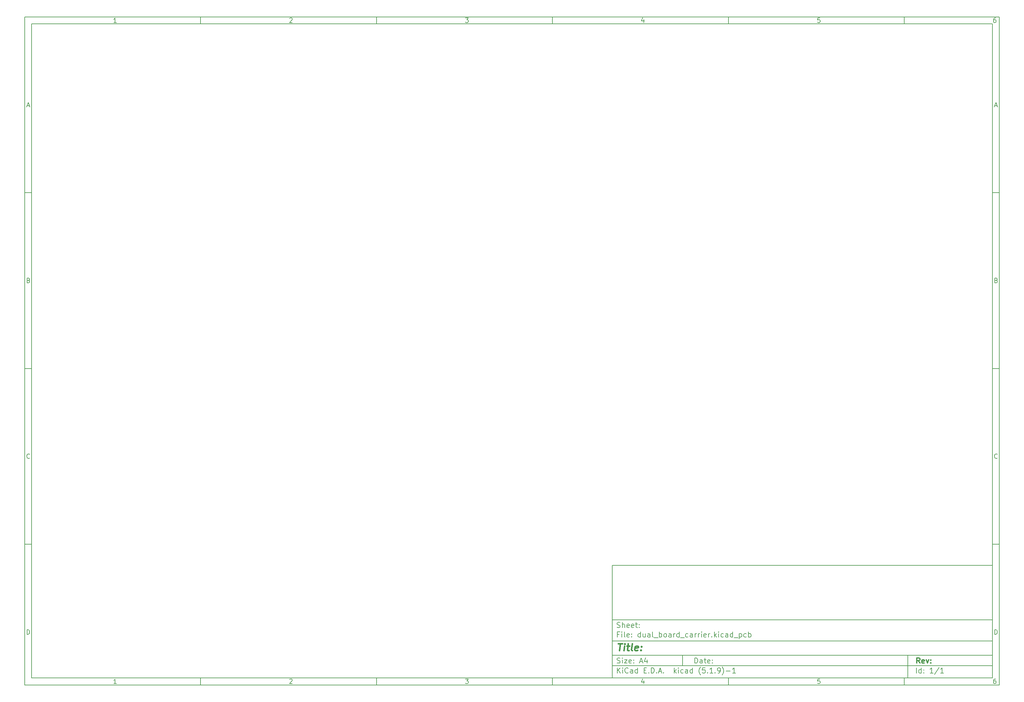
<source format=gbr>
%TF.GenerationSoftware,KiCad,Pcbnew,(5.1.9)-1*%
%TF.CreationDate,2021-02-06T18:11:32-06:00*%
%TF.ProjectId,dual_board_carrier,6475616c-5f62-46f6-9172-645f63617272,rev?*%
%TF.SameCoordinates,Original*%
%TF.FileFunction,Paste,Bot*%
%TF.FilePolarity,Positive*%
%FSLAX46Y46*%
G04 Gerber Fmt 4.6, Leading zero omitted, Abs format (unit mm)*
G04 Created by KiCad (PCBNEW (5.1.9)-1) date 2021-02-06 18:11:32*
%MOMM*%
%LPD*%
G01*
G04 APERTURE LIST*
%ADD10C,0.100000*%
%ADD11C,0.150000*%
%ADD12C,0.300000*%
%ADD13C,0.400000*%
G04 APERTURE END LIST*
D10*
D11*
X177002200Y-166007200D02*
X177002200Y-198007200D01*
X285002200Y-198007200D01*
X285002200Y-166007200D01*
X177002200Y-166007200D01*
D10*
D11*
X10000000Y-10000000D02*
X10000000Y-200007200D01*
X287002200Y-200007200D01*
X287002200Y-10000000D01*
X10000000Y-10000000D01*
D10*
D11*
X12000000Y-12000000D02*
X12000000Y-198007200D01*
X285002200Y-198007200D01*
X285002200Y-12000000D01*
X12000000Y-12000000D01*
D10*
D11*
X60000000Y-12000000D02*
X60000000Y-10000000D01*
D10*
D11*
X110000000Y-12000000D02*
X110000000Y-10000000D01*
D10*
D11*
X160000000Y-12000000D02*
X160000000Y-10000000D01*
D10*
D11*
X210000000Y-12000000D02*
X210000000Y-10000000D01*
D10*
D11*
X260000000Y-12000000D02*
X260000000Y-10000000D01*
D10*
D11*
X36065476Y-11588095D02*
X35322619Y-11588095D01*
X35694047Y-11588095D02*
X35694047Y-10288095D01*
X35570238Y-10473809D01*
X35446428Y-10597619D01*
X35322619Y-10659523D01*
D10*
D11*
X85322619Y-10411904D02*
X85384523Y-10350000D01*
X85508333Y-10288095D01*
X85817857Y-10288095D01*
X85941666Y-10350000D01*
X86003571Y-10411904D01*
X86065476Y-10535714D01*
X86065476Y-10659523D01*
X86003571Y-10845238D01*
X85260714Y-11588095D01*
X86065476Y-11588095D01*
D10*
D11*
X135260714Y-10288095D02*
X136065476Y-10288095D01*
X135632142Y-10783333D01*
X135817857Y-10783333D01*
X135941666Y-10845238D01*
X136003571Y-10907142D01*
X136065476Y-11030952D01*
X136065476Y-11340476D01*
X136003571Y-11464285D01*
X135941666Y-11526190D01*
X135817857Y-11588095D01*
X135446428Y-11588095D01*
X135322619Y-11526190D01*
X135260714Y-11464285D01*
D10*
D11*
X185941666Y-10721428D02*
X185941666Y-11588095D01*
X185632142Y-10226190D02*
X185322619Y-11154761D01*
X186127380Y-11154761D01*
D10*
D11*
X236003571Y-10288095D02*
X235384523Y-10288095D01*
X235322619Y-10907142D01*
X235384523Y-10845238D01*
X235508333Y-10783333D01*
X235817857Y-10783333D01*
X235941666Y-10845238D01*
X236003571Y-10907142D01*
X236065476Y-11030952D01*
X236065476Y-11340476D01*
X236003571Y-11464285D01*
X235941666Y-11526190D01*
X235817857Y-11588095D01*
X235508333Y-11588095D01*
X235384523Y-11526190D01*
X235322619Y-11464285D01*
D10*
D11*
X285941666Y-10288095D02*
X285694047Y-10288095D01*
X285570238Y-10350000D01*
X285508333Y-10411904D01*
X285384523Y-10597619D01*
X285322619Y-10845238D01*
X285322619Y-11340476D01*
X285384523Y-11464285D01*
X285446428Y-11526190D01*
X285570238Y-11588095D01*
X285817857Y-11588095D01*
X285941666Y-11526190D01*
X286003571Y-11464285D01*
X286065476Y-11340476D01*
X286065476Y-11030952D01*
X286003571Y-10907142D01*
X285941666Y-10845238D01*
X285817857Y-10783333D01*
X285570238Y-10783333D01*
X285446428Y-10845238D01*
X285384523Y-10907142D01*
X285322619Y-11030952D01*
D10*
D11*
X60000000Y-198007200D02*
X60000000Y-200007200D01*
D10*
D11*
X110000000Y-198007200D02*
X110000000Y-200007200D01*
D10*
D11*
X160000000Y-198007200D02*
X160000000Y-200007200D01*
D10*
D11*
X210000000Y-198007200D02*
X210000000Y-200007200D01*
D10*
D11*
X260000000Y-198007200D02*
X260000000Y-200007200D01*
D10*
D11*
X36065476Y-199595295D02*
X35322619Y-199595295D01*
X35694047Y-199595295D02*
X35694047Y-198295295D01*
X35570238Y-198481009D01*
X35446428Y-198604819D01*
X35322619Y-198666723D01*
D10*
D11*
X85322619Y-198419104D02*
X85384523Y-198357200D01*
X85508333Y-198295295D01*
X85817857Y-198295295D01*
X85941666Y-198357200D01*
X86003571Y-198419104D01*
X86065476Y-198542914D01*
X86065476Y-198666723D01*
X86003571Y-198852438D01*
X85260714Y-199595295D01*
X86065476Y-199595295D01*
D10*
D11*
X135260714Y-198295295D02*
X136065476Y-198295295D01*
X135632142Y-198790533D01*
X135817857Y-198790533D01*
X135941666Y-198852438D01*
X136003571Y-198914342D01*
X136065476Y-199038152D01*
X136065476Y-199347676D01*
X136003571Y-199471485D01*
X135941666Y-199533390D01*
X135817857Y-199595295D01*
X135446428Y-199595295D01*
X135322619Y-199533390D01*
X135260714Y-199471485D01*
D10*
D11*
X185941666Y-198728628D02*
X185941666Y-199595295D01*
X185632142Y-198233390D02*
X185322619Y-199161961D01*
X186127380Y-199161961D01*
D10*
D11*
X236003571Y-198295295D02*
X235384523Y-198295295D01*
X235322619Y-198914342D01*
X235384523Y-198852438D01*
X235508333Y-198790533D01*
X235817857Y-198790533D01*
X235941666Y-198852438D01*
X236003571Y-198914342D01*
X236065476Y-199038152D01*
X236065476Y-199347676D01*
X236003571Y-199471485D01*
X235941666Y-199533390D01*
X235817857Y-199595295D01*
X235508333Y-199595295D01*
X235384523Y-199533390D01*
X235322619Y-199471485D01*
D10*
D11*
X285941666Y-198295295D02*
X285694047Y-198295295D01*
X285570238Y-198357200D01*
X285508333Y-198419104D01*
X285384523Y-198604819D01*
X285322619Y-198852438D01*
X285322619Y-199347676D01*
X285384523Y-199471485D01*
X285446428Y-199533390D01*
X285570238Y-199595295D01*
X285817857Y-199595295D01*
X285941666Y-199533390D01*
X286003571Y-199471485D01*
X286065476Y-199347676D01*
X286065476Y-199038152D01*
X286003571Y-198914342D01*
X285941666Y-198852438D01*
X285817857Y-198790533D01*
X285570238Y-198790533D01*
X285446428Y-198852438D01*
X285384523Y-198914342D01*
X285322619Y-199038152D01*
D10*
D11*
X10000000Y-60000000D02*
X12000000Y-60000000D01*
D10*
D11*
X10000000Y-110000000D02*
X12000000Y-110000000D01*
D10*
D11*
X10000000Y-160000000D02*
X12000000Y-160000000D01*
D10*
D11*
X10690476Y-35216666D02*
X11309523Y-35216666D01*
X10566666Y-35588095D02*
X11000000Y-34288095D01*
X11433333Y-35588095D01*
D10*
D11*
X11092857Y-84907142D02*
X11278571Y-84969047D01*
X11340476Y-85030952D01*
X11402380Y-85154761D01*
X11402380Y-85340476D01*
X11340476Y-85464285D01*
X11278571Y-85526190D01*
X11154761Y-85588095D01*
X10659523Y-85588095D01*
X10659523Y-84288095D01*
X11092857Y-84288095D01*
X11216666Y-84350000D01*
X11278571Y-84411904D01*
X11340476Y-84535714D01*
X11340476Y-84659523D01*
X11278571Y-84783333D01*
X11216666Y-84845238D01*
X11092857Y-84907142D01*
X10659523Y-84907142D01*
D10*
D11*
X11402380Y-135464285D02*
X11340476Y-135526190D01*
X11154761Y-135588095D01*
X11030952Y-135588095D01*
X10845238Y-135526190D01*
X10721428Y-135402380D01*
X10659523Y-135278571D01*
X10597619Y-135030952D01*
X10597619Y-134845238D01*
X10659523Y-134597619D01*
X10721428Y-134473809D01*
X10845238Y-134350000D01*
X11030952Y-134288095D01*
X11154761Y-134288095D01*
X11340476Y-134350000D01*
X11402380Y-134411904D01*
D10*
D11*
X10659523Y-185588095D02*
X10659523Y-184288095D01*
X10969047Y-184288095D01*
X11154761Y-184350000D01*
X11278571Y-184473809D01*
X11340476Y-184597619D01*
X11402380Y-184845238D01*
X11402380Y-185030952D01*
X11340476Y-185278571D01*
X11278571Y-185402380D01*
X11154761Y-185526190D01*
X10969047Y-185588095D01*
X10659523Y-185588095D01*
D10*
D11*
X287002200Y-60000000D02*
X285002200Y-60000000D01*
D10*
D11*
X287002200Y-110000000D02*
X285002200Y-110000000D01*
D10*
D11*
X287002200Y-160000000D02*
X285002200Y-160000000D01*
D10*
D11*
X285692676Y-35216666D02*
X286311723Y-35216666D01*
X285568866Y-35588095D02*
X286002200Y-34288095D01*
X286435533Y-35588095D01*
D10*
D11*
X286095057Y-84907142D02*
X286280771Y-84969047D01*
X286342676Y-85030952D01*
X286404580Y-85154761D01*
X286404580Y-85340476D01*
X286342676Y-85464285D01*
X286280771Y-85526190D01*
X286156961Y-85588095D01*
X285661723Y-85588095D01*
X285661723Y-84288095D01*
X286095057Y-84288095D01*
X286218866Y-84350000D01*
X286280771Y-84411904D01*
X286342676Y-84535714D01*
X286342676Y-84659523D01*
X286280771Y-84783333D01*
X286218866Y-84845238D01*
X286095057Y-84907142D01*
X285661723Y-84907142D01*
D10*
D11*
X286404580Y-135464285D02*
X286342676Y-135526190D01*
X286156961Y-135588095D01*
X286033152Y-135588095D01*
X285847438Y-135526190D01*
X285723628Y-135402380D01*
X285661723Y-135278571D01*
X285599819Y-135030952D01*
X285599819Y-134845238D01*
X285661723Y-134597619D01*
X285723628Y-134473809D01*
X285847438Y-134350000D01*
X286033152Y-134288095D01*
X286156961Y-134288095D01*
X286342676Y-134350000D01*
X286404580Y-134411904D01*
D10*
D11*
X285661723Y-185588095D02*
X285661723Y-184288095D01*
X285971247Y-184288095D01*
X286156961Y-184350000D01*
X286280771Y-184473809D01*
X286342676Y-184597619D01*
X286404580Y-184845238D01*
X286404580Y-185030952D01*
X286342676Y-185278571D01*
X286280771Y-185402380D01*
X286156961Y-185526190D01*
X285971247Y-185588095D01*
X285661723Y-185588095D01*
D10*
D11*
X200434342Y-193785771D02*
X200434342Y-192285771D01*
X200791485Y-192285771D01*
X201005771Y-192357200D01*
X201148628Y-192500057D01*
X201220057Y-192642914D01*
X201291485Y-192928628D01*
X201291485Y-193142914D01*
X201220057Y-193428628D01*
X201148628Y-193571485D01*
X201005771Y-193714342D01*
X200791485Y-193785771D01*
X200434342Y-193785771D01*
X202577200Y-193785771D02*
X202577200Y-193000057D01*
X202505771Y-192857200D01*
X202362914Y-192785771D01*
X202077200Y-192785771D01*
X201934342Y-192857200D01*
X202577200Y-193714342D02*
X202434342Y-193785771D01*
X202077200Y-193785771D01*
X201934342Y-193714342D01*
X201862914Y-193571485D01*
X201862914Y-193428628D01*
X201934342Y-193285771D01*
X202077200Y-193214342D01*
X202434342Y-193214342D01*
X202577200Y-193142914D01*
X203077200Y-192785771D02*
X203648628Y-192785771D01*
X203291485Y-192285771D02*
X203291485Y-193571485D01*
X203362914Y-193714342D01*
X203505771Y-193785771D01*
X203648628Y-193785771D01*
X204720057Y-193714342D02*
X204577200Y-193785771D01*
X204291485Y-193785771D01*
X204148628Y-193714342D01*
X204077200Y-193571485D01*
X204077200Y-193000057D01*
X204148628Y-192857200D01*
X204291485Y-192785771D01*
X204577200Y-192785771D01*
X204720057Y-192857200D01*
X204791485Y-193000057D01*
X204791485Y-193142914D01*
X204077200Y-193285771D01*
X205434342Y-193642914D02*
X205505771Y-193714342D01*
X205434342Y-193785771D01*
X205362914Y-193714342D01*
X205434342Y-193642914D01*
X205434342Y-193785771D01*
X205434342Y-192857200D02*
X205505771Y-192928628D01*
X205434342Y-193000057D01*
X205362914Y-192928628D01*
X205434342Y-192857200D01*
X205434342Y-193000057D01*
D10*
D11*
X177002200Y-194507200D02*
X285002200Y-194507200D01*
D10*
D11*
X178434342Y-196585771D02*
X178434342Y-195085771D01*
X179291485Y-196585771D02*
X178648628Y-195728628D01*
X179291485Y-195085771D02*
X178434342Y-195942914D01*
X179934342Y-196585771D02*
X179934342Y-195585771D01*
X179934342Y-195085771D02*
X179862914Y-195157200D01*
X179934342Y-195228628D01*
X180005771Y-195157200D01*
X179934342Y-195085771D01*
X179934342Y-195228628D01*
X181505771Y-196442914D02*
X181434342Y-196514342D01*
X181220057Y-196585771D01*
X181077200Y-196585771D01*
X180862914Y-196514342D01*
X180720057Y-196371485D01*
X180648628Y-196228628D01*
X180577200Y-195942914D01*
X180577200Y-195728628D01*
X180648628Y-195442914D01*
X180720057Y-195300057D01*
X180862914Y-195157200D01*
X181077200Y-195085771D01*
X181220057Y-195085771D01*
X181434342Y-195157200D01*
X181505771Y-195228628D01*
X182791485Y-196585771D02*
X182791485Y-195800057D01*
X182720057Y-195657200D01*
X182577200Y-195585771D01*
X182291485Y-195585771D01*
X182148628Y-195657200D01*
X182791485Y-196514342D02*
X182648628Y-196585771D01*
X182291485Y-196585771D01*
X182148628Y-196514342D01*
X182077200Y-196371485D01*
X182077200Y-196228628D01*
X182148628Y-196085771D01*
X182291485Y-196014342D01*
X182648628Y-196014342D01*
X182791485Y-195942914D01*
X184148628Y-196585771D02*
X184148628Y-195085771D01*
X184148628Y-196514342D02*
X184005771Y-196585771D01*
X183720057Y-196585771D01*
X183577200Y-196514342D01*
X183505771Y-196442914D01*
X183434342Y-196300057D01*
X183434342Y-195871485D01*
X183505771Y-195728628D01*
X183577200Y-195657200D01*
X183720057Y-195585771D01*
X184005771Y-195585771D01*
X184148628Y-195657200D01*
X186005771Y-195800057D02*
X186505771Y-195800057D01*
X186720057Y-196585771D02*
X186005771Y-196585771D01*
X186005771Y-195085771D01*
X186720057Y-195085771D01*
X187362914Y-196442914D02*
X187434342Y-196514342D01*
X187362914Y-196585771D01*
X187291485Y-196514342D01*
X187362914Y-196442914D01*
X187362914Y-196585771D01*
X188077200Y-196585771D02*
X188077200Y-195085771D01*
X188434342Y-195085771D01*
X188648628Y-195157200D01*
X188791485Y-195300057D01*
X188862914Y-195442914D01*
X188934342Y-195728628D01*
X188934342Y-195942914D01*
X188862914Y-196228628D01*
X188791485Y-196371485D01*
X188648628Y-196514342D01*
X188434342Y-196585771D01*
X188077200Y-196585771D01*
X189577200Y-196442914D02*
X189648628Y-196514342D01*
X189577200Y-196585771D01*
X189505771Y-196514342D01*
X189577200Y-196442914D01*
X189577200Y-196585771D01*
X190220057Y-196157200D02*
X190934342Y-196157200D01*
X190077200Y-196585771D02*
X190577200Y-195085771D01*
X191077200Y-196585771D01*
X191577200Y-196442914D02*
X191648628Y-196514342D01*
X191577200Y-196585771D01*
X191505771Y-196514342D01*
X191577200Y-196442914D01*
X191577200Y-196585771D01*
X194577200Y-196585771D02*
X194577200Y-195085771D01*
X194720057Y-196014342D02*
X195148628Y-196585771D01*
X195148628Y-195585771D02*
X194577200Y-196157200D01*
X195791485Y-196585771D02*
X195791485Y-195585771D01*
X195791485Y-195085771D02*
X195720057Y-195157200D01*
X195791485Y-195228628D01*
X195862914Y-195157200D01*
X195791485Y-195085771D01*
X195791485Y-195228628D01*
X197148628Y-196514342D02*
X197005771Y-196585771D01*
X196720057Y-196585771D01*
X196577200Y-196514342D01*
X196505771Y-196442914D01*
X196434342Y-196300057D01*
X196434342Y-195871485D01*
X196505771Y-195728628D01*
X196577200Y-195657200D01*
X196720057Y-195585771D01*
X197005771Y-195585771D01*
X197148628Y-195657200D01*
X198434342Y-196585771D02*
X198434342Y-195800057D01*
X198362914Y-195657200D01*
X198220057Y-195585771D01*
X197934342Y-195585771D01*
X197791485Y-195657200D01*
X198434342Y-196514342D02*
X198291485Y-196585771D01*
X197934342Y-196585771D01*
X197791485Y-196514342D01*
X197720057Y-196371485D01*
X197720057Y-196228628D01*
X197791485Y-196085771D01*
X197934342Y-196014342D01*
X198291485Y-196014342D01*
X198434342Y-195942914D01*
X199791485Y-196585771D02*
X199791485Y-195085771D01*
X199791485Y-196514342D02*
X199648628Y-196585771D01*
X199362914Y-196585771D01*
X199220057Y-196514342D01*
X199148628Y-196442914D01*
X199077200Y-196300057D01*
X199077200Y-195871485D01*
X199148628Y-195728628D01*
X199220057Y-195657200D01*
X199362914Y-195585771D01*
X199648628Y-195585771D01*
X199791485Y-195657200D01*
X202077200Y-197157200D02*
X202005771Y-197085771D01*
X201862914Y-196871485D01*
X201791485Y-196728628D01*
X201720057Y-196514342D01*
X201648628Y-196157200D01*
X201648628Y-195871485D01*
X201720057Y-195514342D01*
X201791485Y-195300057D01*
X201862914Y-195157200D01*
X202005771Y-194942914D01*
X202077200Y-194871485D01*
X203362914Y-195085771D02*
X202648628Y-195085771D01*
X202577200Y-195800057D01*
X202648628Y-195728628D01*
X202791485Y-195657200D01*
X203148628Y-195657200D01*
X203291485Y-195728628D01*
X203362914Y-195800057D01*
X203434342Y-195942914D01*
X203434342Y-196300057D01*
X203362914Y-196442914D01*
X203291485Y-196514342D01*
X203148628Y-196585771D01*
X202791485Y-196585771D01*
X202648628Y-196514342D01*
X202577200Y-196442914D01*
X204077200Y-196442914D02*
X204148628Y-196514342D01*
X204077200Y-196585771D01*
X204005771Y-196514342D01*
X204077200Y-196442914D01*
X204077200Y-196585771D01*
X205577200Y-196585771D02*
X204720057Y-196585771D01*
X205148628Y-196585771D02*
X205148628Y-195085771D01*
X205005771Y-195300057D01*
X204862914Y-195442914D01*
X204720057Y-195514342D01*
X206220057Y-196442914D02*
X206291485Y-196514342D01*
X206220057Y-196585771D01*
X206148628Y-196514342D01*
X206220057Y-196442914D01*
X206220057Y-196585771D01*
X207005771Y-196585771D02*
X207291485Y-196585771D01*
X207434342Y-196514342D01*
X207505771Y-196442914D01*
X207648628Y-196228628D01*
X207720057Y-195942914D01*
X207720057Y-195371485D01*
X207648628Y-195228628D01*
X207577200Y-195157200D01*
X207434342Y-195085771D01*
X207148628Y-195085771D01*
X207005771Y-195157200D01*
X206934342Y-195228628D01*
X206862914Y-195371485D01*
X206862914Y-195728628D01*
X206934342Y-195871485D01*
X207005771Y-195942914D01*
X207148628Y-196014342D01*
X207434342Y-196014342D01*
X207577200Y-195942914D01*
X207648628Y-195871485D01*
X207720057Y-195728628D01*
X208220057Y-197157200D02*
X208291485Y-197085771D01*
X208434342Y-196871485D01*
X208505771Y-196728628D01*
X208577200Y-196514342D01*
X208648628Y-196157200D01*
X208648628Y-195871485D01*
X208577200Y-195514342D01*
X208505771Y-195300057D01*
X208434342Y-195157200D01*
X208291485Y-194942914D01*
X208220057Y-194871485D01*
X209362914Y-196014342D02*
X210505771Y-196014342D01*
X212005771Y-196585771D02*
X211148628Y-196585771D01*
X211577200Y-196585771D02*
X211577200Y-195085771D01*
X211434342Y-195300057D01*
X211291485Y-195442914D01*
X211148628Y-195514342D01*
D10*
D11*
X177002200Y-191507200D02*
X285002200Y-191507200D01*
D10*
D12*
X264411485Y-193785771D02*
X263911485Y-193071485D01*
X263554342Y-193785771D02*
X263554342Y-192285771D01*
X264125771Y-192285771D01*
X264268628Y-192357200D01*
X264340057Y-192428628D01*
X264411485Y-192571485D01*
X264411485Y-192785771D01*
X264340057Y-192928628D01*
X264268628Y-193000057D01*
X264125771Y-193071485D01*
X263554342Y-193071485D01*
X265625771Y-193714342D02*
X265482914Y-193785771D01*
X265197200Y-193785771D01*
X265054342Y-193714342D01*
X264982914Y-193571485D01*
X264982914Y-193000057D01*
X265054342Y-192857200D01*
X265197200Y-192785771D01*
X265482914Y-192785771D01*
X265625771Y-192857200D01*
X265697200Y-193000057D01*
X265697200Y-193142914D01*
X264982914Y-193285771D01*
X266197200Y-192785771D02*
X266554342Y-193785771D01*
X266911485Y-192785771D01*
X267482914Y-193642914D02*
X267554342Y-193714342D01*
X267482914Y-193785771D01*
X267411485Y-193714342D01*
X267482914Y-193642914D01*
X267482914Y-193785771D01*
X267482914Y-192857200D02*
X267554342Y-192928628D01*
X267482914Y-193000057D01*
X267411485Y-192928628D01*
X267482914Y-192857200D01*
X267482914Y-193000057D01*
D10*
D11*
X178362914Y-193714342D02*
X178577200Y-193785771D01*
X178934342Y-193785771D01*
X179077200Y-193714342D01*
X179148628Y-193642914D01*
X179220057Y-193500057D01*
X179220057Y-193357200D01*
X179148628Y-193214342D01*
X179077200Y-193142914D01*
X178934342Y-193071485D01*
X178648628Y-193000057D01*
X178505771Y-192928628D01*
X178434342Y-192857200D01*
X178362914Y-192714342D01*
X178362914Y-192571485D01*
X178434342Y-192428628D01*
X178505771Y-192357200D01*
X178648628Y-192285771D01*
X179005771Y-192285771D01*
X179220057Y-192357200D01*
X179862914Y-193785771D02*
X179862914Y-192785771D01*
X179862914Y-192285771D02*
X179791485Y-192357200D01*
X179862914Y-192428628D01*
X179934342Y-192357200D01*
X179862914Y-192285771D01*
X179862914Y-192428628D01*
X180434342Y-192785771D02*
X181220057Y-192785771D01*
X180434342Y-193785771D01*
X181220057Y-193785771D01*
X182362914Y-193714342D02*
X182220057Y-193785771D01*
X181934342Y-193785771D01*
X181791485Y-193714342D01*
X181720057Y-193571485D01*
X181720057Y-193000057D01*
X181791485Y-192857200D01*
X181934342Y-192785771D01*
X182220057Y-192785771D01*
X182362914Y-192857200D01*
X182434342Y-193000057D01*
X182434342Y-193142914D01*
X181720057Y-193285771D01*
X183077200Y-193642914D02*
X183148628Y-193714342D01*
X183077200Y-193785771D01*
X183005771Y-193714342D01*
X183077200Y-193642914D01*
X183077200Y-193785771D01*
X183077200Y-192857200D02*
X183148628Y-192928628D01*
X183077200Y-193000057D01*
X183005771Y-192928628D01*
X183077200Y-192857200D01*
X183077200Y-193000057D01*
X184862914Y-193357200D02*
X185577200Y-193357200D01*
X184720057Y-193785771D02*
X185220057Y-192285771D01*
X185720057Y-193785771D01*
X186862914Y-192785771D02*
X186862914Y-193785771D01*
X186505771Y-192214342D02*
X186148628Y-193285771D01*
X187077200Y-193285771D01*
D10*
D11*
X263434342Y-196585771D02*
X263434342Y-195085771D01*
X264791485Y-196585771D02*
X264791485Y-195085771D01*
X264791485Y-196514342D02*
X264648628Y-196585771D01*
X264362914Y-196585771D01*
X264220057Y-196514342D01*
X264148628Y-196442914D01*
X264077200Y-196300057D01*
X264077200Y-195871485D01*
X264148628Y-195728628D01*
X264220057Y-195657200D01*
X264362914Y-195585771D01*
X264648628Y-195585771D01*
X264791485Y-195657200D01*
X265505771Y-196442914D02*
X265577200Y-196514342D01*
X265505771Y-196585771D01*
X265434342Y-196514342D01*
X265505771Y-196442914D01*
X265505771Y-196585771D01*
X265505771Y-195657200D02*
X265577200Y-195728628D01*
X265505771Y-195800057D01*
X265434342Y-195728628D01*
X265505771Y-195657200D01*
X265505771Y-195800057D01*
X268148628Y-196585771D02*
X267291485Y-196585771D01*
X267720057Y-196585771D02*
X267720057Y-195085771D01*
X267577200Y-195300057D01*
X267434342Y-195442914D01*
X267291485Y-195514342D01*
X269862914Y-195014342D02*
X268577200Y-196942914D01*
X271148628Y-196585771D02*
X270291485Y-196585771D01*
X270720057Y-196585771D02*
X270720057Y-195085771D01*
X270577200Y-195300057D01*
X270434342Y-195442914D01*
X270291485Y-195514342D01*
D10*
D11*
X177002200Y-187507200D02*
X285002200Y-187507200D01*
D10*
D13*
X178714580Y-188211961D02*
X179857438Y-188211961D01*
X179036009Y-190211961D02*
X179286009Y-188211961D01*
X180274104Y-190211961D02*
X180440771Y-188878628D01*
X180524104Y-188211961D02*
X180416961Y-188307200D01*
X180500295Y-188402438D01*
X180607438Y-188307200D01*
X180524104Y-188211961D01*
X180500295Y-188402438D01*
X181107438Y-188878628D02*
X181869342Y-188878628D01*
X181476485Y-188211961D02*
X181262200Y-189926247D01*
X181333628Y-190116723D01*
X181512200Y-190211961D01*
X181702676Y-190211961D01*
X182655057Y-190211961D02*
X182476485Y-190116723D01*
X182405057Y-189926247D01*
X182619342Y-188211961D01*
X184190771Y-190116723D02*
X183988390Y-190211961D01*
X183607438Y-190211961D01*
X183428866Y-190116723D01*
X183357438Y-189926247D01*
X183452676Y-189164342D01*
X183571723Y-188973866D01*
X183774104Y-188878628D01*
X184155057Y-188878628D01*
X184333628Y-188973866D01*
X184405057Y-189164342D01*
X184381247Y-189354819D01*
X183405057Y-189545295D01*
X185155057Y-190021485D02*
X185238390Y-190116723D01*
X185131247Y-190211961D01*
X185047914Y-190116723D01*
X185155057Y-190021485D01*
X185131247Y-190211961D01*
X185286009Y-188973866D02*
X185369342Y-189069104D01*
X185262200Y-189164342D01*
X185178866Y-189069104D01*
X185286009Y-188973866D01*
X185262200Y-189164342D01*
D10*
D11*
X178934342Y-185600057D02*
X178434342Y-185600057D01*
X178434342Y-186385771D02*
X178434342Y-184885771D01*
X179148628Y-184885771D01*
X179720057Y-186385771D02*
X179720057Y-185385771D01*
X179720057Y-184885771D02*
X179648628Y-184957200D01*
X179720057Y-185028628D01*
X179791485Y-184957200D01*
X179720057Y-184885771D01*
X179720057Y-185028628D01*
X180648628Y-186385771D02*
X180505771Y-186314342D01*
X180434342Y-186171485D01*
X180434342Y-184885771D01*
X181791485Y-186314342D02*
X181648628Y-186385771D01*
X181362914Y-186385771D01*
X181220057Y-186314342D01*
X181148628Y-186171485D01*
X181148628Y-185600057D01*
X181220057Y-185457200D01*
X181362914Y-185385771D01*
X181648628Y-185385771D01*
X181791485Y-185457200D01*
X181862914Y-185600057D01*
X181862914Y-185742914D01*
X181148628Y-185885771D01*
X182505771Y-186242914D02*
X182577200Y-186314342D01*
X182505771Y-186385771D01*
X182434342Y-186314342D01*
X182505771Y-186242914D01*
X182505771Y-186385771D01*
X182505771Y-185457200D02*
X182577200Y-185528628D01*
X182505771Y-185600057D01*
X182434342Y-185528628D01*
X182505771Y-185457200D01*
X182505771Y-185600057D01*
X185005771Y-186385771D02*
X185005771Y-184885771D01*
X185005771Y-186314342D02*
X184862914Y-186385771D01*
X184577200Y-186385771D01*
X184434342Y-186314342D01*
X184362914Y-186242914D01*
X184291485Y-186100057D01*
X184291485Y-185671485D01*
X184362914Y-185528628D01*
X184434342Y-185457200D01*
X184577200Y-185385771D01*
X184862914Y-185385771D01*
X185005771Y-185457200D01*
X186362914Y-185385771D02*
X186362914Y-186385771D01*
X185720057Y-185385771D02*
X185720057Y-186171485D01*
X185791485Y-186314342D01*
X185934342Y-186385771D01*
X186148628Y-186385771D01*
X186291485Y-186314342D01*
X186362914Y-186242914D01*
X187720057Y-186385771D02*
X187720057Y-185600057D01*
X187648628Y-185457200D01*
X187505771Y-185385771D01*
X187220057Y-185385771D01*
X187077200Y-185457200D01*
X187720057Y-186314342D02*
X187577200Y-186385771D01*
X187220057Y-186385771D01*
X187077200Y-186314342D01*
X187005771Y-186171485D01*
X187005771Y-186028628D01*
X187077200Y-185885771D01*
X187220057Y-185814342D01*
X187577200Y-185814342D01*
X187720057Y-185742914D01*
X188648628Y-186385771D02*
X188505771Y-186314342D01*
X188434342Y-186171485D01*
X188434342Y-184885771D01*
X188862914Y-186528628D02*
X190005771Y-186528628D01*
X190362914Y-186385771D02*
X190362914Y-184885771D01*
X190362914Y-185457200D02*
X190505771Y-185385771D01*
X190791485Y-185385771D01*
X190934342Y-185457200D01*
X191005771Y-185528628D01*
X191077200Y-185671485D01*
X191077200Y-186100057D01*
X191005771Y-186242914D01*
X190934342Y-186314342D01*
X190791485Y-186385771D01*
X190505771Y-186385771D01*
X190362914Y-186314342D01*
X191934342Y-186385771D02*
X191791485Y-186314342D01*
X191720057Y-186242914D01*
X191648628Y-186100057D01*
X191648628Y-185671485D01*
X191720057Y-185528628D01*
X191791485Y-185457200D01*
X191934342Y-185385771D01*
X192148628Y-185385771D01*
X192291485Y-185457200D01*
X192362914Y-185528628D01*
X192434342Y-185671485D01*
X192434342Y-186100057D01*
X192362914Y-186242914D01*
X192291485Y-186314342D01*
X192148628Y-186385771D01*
X191934342Y-186385771D01*
X193720057Y-186385771D02*
X193720057Y-185600057D01*
X193648628Y-185457200D01*
X193505771Y-185385771D01*
X193220057Y-185385771D01*
X193077200Y-185457200D01*
X193720057Y-186314342D02*
X193577200Y-186385771D01*
X193220057Y-186385771D01*
X193077200Y-186314342D01*
X193005771Y-186171485D01*
X193005771Y-186028628D01*
X193077200Y-185885771D01*
X193220057Y-185814342D01*
X193577200Y-185814342D01*
X193720057Y-185742914D01*
X194434342Y-186385771D02*
X194434342Y-185385771D01*
X194434342Y-185671485D02*
X194505771Y-185528628D01*
X194577200Y-185457200D01*
X194720057Y-185385771D01*
X194862914Y-185385771D01*
X196005771Y-186385771D02*
X196005771Y-184885771D01*
X196005771Y-186314342D02*
X195862914Y-186385771D01*
X195577200Y-186385771D01*
X195434342Y-186314342D01*
X195362914Y-186242914D01*
X195291485Y-186100057D01*
X195291485Y-185671485D01*
X195362914Y-185528628D01*
X195434342Y-185457200D01*
X195577200Y-185385771D01*
X195862914Y-185385771D01*
X196005771Y-185457200D01*
X196362914Y-186528628D02*
X197505771Y-186528628D01*
X198505771Y-186314342D02*
X198362914Y-186385771D01*
X198077200Y-186385771D01*
X197934342Y-186314342D01*
X197862914Y-186242914D01*
X197791485Y-186100057D01*
X197791485Y-185671485D01*
X197862914Y-185528628D01*
X197934342Y-185457200D01*
X198077200Y-185385771D01*
X198362914Y-185385771D01*
X198505771Y-185457200D01*
X199791485Y-186385771D02*
X199791485Y-185600057D01*
X199720057Y-185457200D01*
X199577200Y-185385771D01*
X199291485Y-185385771D01*
X199148628Y-185457200D01*
X199791485Y-186314342D02*
X199648628Y-186385771D01*
X199291485Y-186385771D01*
X199148628Y-186314342D01*
X199077200Y-186171485D01*
X199077200Y-186028628D01*
X199148628Y-185885771D01*
X199291485Y-185814342D01*
X199648628Y-185814342D01*
X199791485Y-185742914D01*
X200505771Y-186385771D02*
X200505771Y-185385771D01*
X200505771Y-185671485D02*
X200577200Y-185528628D01*
X200648628Y-185457200D01*
X200791485Y-185385771D01*
X200934342Y-185385771D01*
X201434342Y-186385771D02*
X201434342Y-185385771D01*
X201434342Y-185671485D02*
X201505771Y-185528628D01*
X201577200Y-185457200D01*
X201720057Y-185385771D01*
X201862914Y-185385771D01*
X202362914Y-186385771D02*
X202362914Y-185385771D01*
X202362914Y-184885771D02*
X202291485Y-184957200D01*
X202362914Y-185028628D01*
X202434342Y-184957200D01*
X202362914Y-184885771D01*
X202362914Y-185028628D01*
X203648628Y-186314342D02*
X203505771Y-186385771D01*
X203220057Y-186385771D01*
X203077200Y-186314342D01*
X203005771Y-186171485D01*
X203005771Y-185600057D01*
X203077200Y-185457200D01*
X203220057Y-185385771D01*
X203505771Y-185385771D01*
X203648628Y-185457200D01*
X203720057Y-185600057D01*
X203720057Y-185742914D01*
X203005771Y-185885771D01*
X204362914Y-186385771D02*
X204362914Y-185385771D01*
X204362914Y-185671485D02*
X204434342Y-185528628D01*
X204505771Y-185457200D01*
X204648628Y-185385771D01*
X204791485Y-185385771D01*
X205291485Y-186242914D02*
X205362914Y-186314342D01*
X205291485Y-186385771D01*
X205220057Y-186314342D01*
X205291485Y-186242914D01*
X205291485Y-186385771D01*
X206005771Y-186385771D02*
X206005771Y-184885771D01*
X206148628Y-185814342D02*
X206577200Y-186385771D01*
X206577200Y-185385771D02*
X206005771Y-185957200D01*
X207220057Y-186385771D02*
X207220057Y-185385771D01*
X207220057Y-184885771D02*
X207148628Y-184957200D01*
X207220057Y-185028628D01*
X207291485Y-184957200D01*
X207220057Y-184885771D01*
X207220057Y-185028628D01*
X208577200Y-186314342D02*
X208434342Y-186385771D01*
X208148628Y-186385771D01*
X208005771Y-186314342D01*
X207934342Y-186242914D01*
X207862914Y-186100057D01*
X207862914Y-185671485D01*
X207934342Y-185528628D01*
X208005771Y-185457200D01*
X208148628Y-185385771D01*
X208434342Y-185385771D01*
X208577200Y-185457200D01*
X209862914Y-186385771D02*
X209862914Y-185600057D01*
X209791485Y-185457200D01*
X209648628Y-185385771D01*
X209362914Y-185385771D01*
X209220057Y-185457200D01*
X209862914Y-186314342D02*
X209720057Y-186385771D01*
X209362914Y-186385771D01*
X209220057Y-186314342D01*
X209148628Y-186171485D01*
X209148628Y-186028628D01*
X209220057Y-185885771D01*
X209362914Y-185814342D01*
X209720057Y-185814342D01*
X209862914Y-185742914D01*
X211220057Y-186385771D02*
X211220057Y-184885771D01*
X211220057Y-186314342D02*
X211077200Y-186385771D01*
X210791485Y-186385771D01*
X210648628Y-186314342D01*
X210577200Y-186242914D01*
X210505771Y-186100057D01*
X210505771Y-185671485D01*
X210577200Y-185528628D01*
X210648628Y-185457200D01*
X210791485Y-185385771D01*
X211077200Y-185385771D01*
X211220057Y-185457200D01*
X211577200Y-186528628D02*
X212720057Y-186528628D01*
X213077200Y-185385771D02*
X213077200Y-186885771D01*
X213077200Y-185457200D02*
X213220057Y-185385771D01*
X213505771Y-185385771D01*
X213648628Y-185457200D01*
X213720057Y-185528628D01*
X213791485Y-185671485D01*
X213791485Y-186100057D01*
X213720057Y-186242914D01*
X213648628Y-186314342D01*
X213505771Y-186385771D01*
X213220057Y-186385771D01*
X213077200Y-186314342D01*
X215077200Y-186314342D02*
X214934342Y-186385771D01*
X214648628Y-186385771D01*
X214505771Y-186314342D01*
X214434342Y-186242914D01*
X214362914Y-186100057D01*
X214362914Y-185671485D01*
X214434342Y-185528628D01*
X214505771Y-185457200D01*
X214648628Y-185385771D01*
X214934342Y-185385771D01*
X215077200Y-185457200D01*
X215720057Y-186385771D02*
X215720057Y-184885771D01*
X215720057Y-185457200D02*
X215862914Y-185385771D01*
X216148628Y-185385771D01*
X216291485Y-185457200D01*
X216362914Y-185528628D01*
X216434342Y-185671485D01*
X216434342Y-186100057D01*
X216362914Y-186242914D01*
X216291485Y-186314342D01*
X216148628Y-186385771D01*
X215862914Y-186385771D01*
X215720057Y-186314342D01*
D10*
D11*
X177002200Y-181507200D02*
X285002200Y-181507200D01*
D10*
D11*
X178362914Y-183614342D02*
X178577200Y-183685771D01*
X178934342Y-183685771D01*
X179077200Y-183614342D01*
X179148628Y-183542914D01*
X179220057Y-183400057D01*
X179220057Y-183257200D01*
X179148628Y-183114342D01*
X179077200Y-183042914D01*
X178934342Y-182971485D01*
X178648628Y-182900057D01*
X178505771Y-182828628D01*
X178434342Y-182757200D01*
X178362914Y-182614342D01*
X178362914Y-182471485D01*
X178434342Y-182328628D01*
X178505771Y-182257200D01*
X178648628Y-182185771D01*
X179005771Y-182185771D01*
X179220057Y-182257200D01*
X179862914Y-183685771D02*
X179862914Y-182185771D01*
X180505771Y-183685771D02*
X180505771Y-182900057D01*
X180434342Y-182757200D01*
X180291485Y-182685771D01*
X180077200Y-182685771D01*
X179934342Y-182757200D01*
X179862914Y-182828628D01*
X181791485Y-183614342D02*
X181648628Y-183685771D01*
X181362914Y-183685771D01*
X181220057Y-183614342D01*
X181148628Y-183471485D01*
X181148628Y-182900057D01*
X181220057Y-182757200D01*
X181362914Y-182685771D01*
X181648628Y-182685771D01*
X181791485Y-182757200D01*
X181862914Y-182900057D01*
X181862914Y-183042914D01*
X181148628Y-183185771D01*
X183077200Y-183614342D02*
X182934342Y-183685771D01*
X182648628Y-183685771D01*
X182505771Y-183614342D01*
X182434342Y-183471485D01*
X182434342Y-182900057D01*
X182505771Y-182757200D01*
X182648628Y-182685771D01*
X182934342Y-182685771D01*
X183077200Y-182757200D01*
X183148628Y-182900057D01*
X183148628Y-183042914D01*
X182434342Y-183185771D01*
X183577200Y-182685771D02*
X184148628Y-182685771D01*
X183791485Y-182185771D02*
X183791485Y-183471485D01*
X183862914Y-183614342D01*
X184005771Y-183685771D01*
X184148628Y-183685771D01*
X184648628Y-183542914D02*
X184720057Y-183614342D01*
X184648628Y-183685771D01*
X184577200Y-183614342D01*
X184648628Y-183542914D01*
X184648628Y-183685771D01*
X184648628Y-182757200D02*
X184720057Y-182828628D01*
X184648628Y-182900057D01*
X184577200Y-182828628D01*
X184648628Y-182757200D01*
X184648628Y-182900057D01*
D10*
D11*
X197002200Y-191507200D02*
X197002200Y-194507200D01*
D10*
D11*
X261002200Y-191507200D02*
X261002200Y-198007200D01*
M02*

</source>
